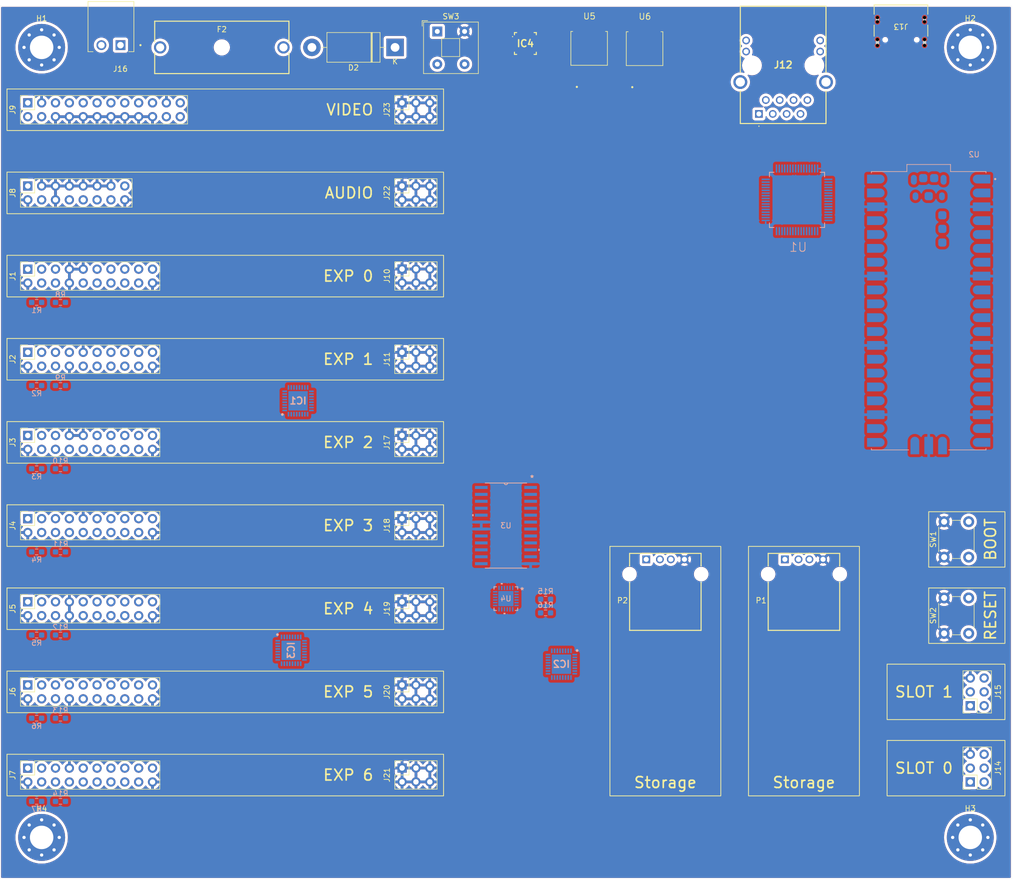
<source format=kicad_pcb>
(kicad_pcb (version 20221018) (generator pcbnew)
  (layers (0 "F.Cu" signal) (1 "In1.Cu" signal) (2 "In2.Cu" signal) (31 "B.Cu" signal) (34 "B.Paste" user) (35 "F.Paste" user) (36 "B.SilkS" user "B.Silkscreen") (37 "F.SilkS" user "F.Silkscreen") (38 "B.Mask" user) (39 "F.Mask" user) (44 "Edge.Cuts" user))
  (net 0 "")
  (net 1 "/Expansion Subsystem/D0_{D+}")
  (net 2 "/Expansion Subsystem/D0_{D-}")
  (net 11 "/Expansion Subsystem/USB0_{D-}")
  (net 12 "/Expansion Subsystem/USB0_{D+}")
  (net 15 "/Expansion Subsystem/USB1_{D-}")
  (net 16 "/Expansion Subsystem/USB1_{D+}")
  (net 19 "/Expansion Subsystem/USB2_{D-}")
  (net 20 "/Expansion Subsystem/USB2_{D+}")
  (net 23 "/Expansion Subsystem/USB3_{D-}")
  (net 24 "/Expansion Subsystem/USB3_{D+}")
  (net 34 "VCC")
  (net 35 "Net-(D2-A)")
  (net 46 "/Expansion Subsystem/D1_{D+}")
  (net 47 "/USB Subsystem/D1_{D-}")
  (net 50 "/USB Subsystem/D2_{D-}")
  (net 51 "/USB Subsystem/D2_{D+}")
  (net 54 "/USB Subsystem/D3_{D-}")
  (net 55 "/USB Subsystem/D3_{D+}")
  (net 65 "/Expansion Subsystem/D1_{D-}")
  (net 74 "/Expansion Subsystem/USB4_{D-}")
  (net 75 "/Expansion Subsystem/USB4_{D+}")
  (net 78 "/Expansion Subsystem/USB5_{D-}")
  (net 79 "/Expansion Subsystem/USB5_{D+}")
  (net 82 "/Expansion Subsystem/USB6_{D-}")
  (net 83 "/Expansion Subsystem/USB6_{D+}")
  (net 86 "/Expansion Subsystem/USB Hub x6/D3_{D-}")
  (net 87 "/Expansion Subsystem/USB Hub x6/D3_{D+}")
  (net 97 "+5V")
  (net 98 "GND")
  (net 99 "Net-(F2-Pad1)")
  (net 100 "Net-(D2-K)")
  (net 101 "/USB_{D+}")
  (net 102 "/USB_{D-}")
  (net 105 "/Expansion Subsystem/Expansion Port0/GPIO_{0}")
  (net 107 "/Expansion Subsystem/Expansion Port0/GPIO_{1}")
  (net 109 "/Expansion Subsystem/Expansion Port0/GPIO_{2}")
  (net 110 "+3V3")
  (net 114 "+6V")
  (net 116 "/Expansion Subsystem/Expansion Port1/GPIO_{0}")
  (net 117 "/Expansion Subsystem/Expansion Port1/GPIO_{1}")
  (net 118 "/Expansion Subsystem/Expansion Port1/GPIO_{2}")
  (net 124 "/Expansion Subsystem/Expansion Port2/GPIO_{0}")
  (net 125 "/Expansion Subsystem/Expansion Port2/GPIO_{1}")
  (net 126 "/Expansion Subsystem/Expansion Port2/GPIO_{2}")
  (net 128 "/Expansion Subsystem/I2C0_{SCL}")
  (net 129 "/Expansion Subsystem/I2C0_{SDA}")
  (net 130 "/Expansion Subsystem/IRQ_{0}")
  (net 131 "/Expansion Subsystem/SPI_{CS0}")
  (net 132 "/Expansion Subsystem/Expansion Port3/GPIO_{0}")
  (net 133 "/Expansion Subsystem/Expansion Port3/GPIO_{1}")
  (net 134 "/Expansion Subsystem/Expansion Port3/GPIO_{2}")
  (net 135 "/Expansion Subsystem/SPI_{CS1}")
  (net 136 "/SPI_{MISO}")
  (net 137 "/SPI_{SCK}")
  (net 138 "/SPI_{MOSI}")
  (net 139 "/Expansion Subsystem/I2C1_{SCL}")
  (net 140 "/Expansion Subsystem/Expansion Port4/GPIO_{0}")
  (net 141 "/Expansion Subsystem/Expansion Port4/GPIO_{1}")
  (net 142 "/Expansion Subsystem/Expansion Port4/GPIO_{2}")
  (net 143 "/Expansion Subsystem/I2C1_{SDA}")
  (net 144 "/Expansion Subsystem/IRQ_{1}")
  (net 145 "/Expansion Subsystem/SPI_{CS2}")
  (net 146 "/Expansion Subsystem/SPI_{CS3}")
  (net 147 "/Expansion Subsystem/I2C2_{SCL}")
  (net 148 "/Expansion Subsystem/Expansion Port5/GPIO_{0}")
  (net 149 "/Expansion Subsystem/Expansion Port5/GPIO_{1}")
  (net 150 "/Expansion Subsystem/Expansion Port5/GPIO_{2}")
  (net 151 "/Expansion Subsystem/I2C2_{SDA}")
  (net 152 "/Expansion Subsystem/IRQ_{2}")
  (net 153 "/Expansion Subsystem/SPI_{CS4}")
  (net 154 "/Expansion Subsystem/SPI_{CS5}")
  (net 155 "/Expansion Subsystem/I2C3_{SCL}")
  (net 156 "/Expansion Subsystem/Expansion Port6/GPIO_{0}")
  (net 157 "/Expansion Subsystem/Expansion Port6/GPIO_{1}")
  (net 158 "/Expansion Subsystem/Expansion Port6/GPIO_{2}")
  (net 159 "/Audio Subsystem/I2S_{MCK}")
  (net 160 "/Audio Subsystem/I2S_{LRCK}")
  (net 161 "/Audio Subsystem/I2S_{SCK}")
  (net 162 "/Audio Subsystem/I2S_{OUT}")
  (net 163 "/Audio Subsystem/I2S_{IN}")
  (net 164 "/Video Subsystem/DDC_{SCL}")
  (net 165 "/Video Subsystem/DDC_{SDA}")
  (net 166 "/Video Subsystem/HSTX_{0}")
  (net 167 "/Video Subsystem/HSTX_{1}")
  (net 168 "/Video Subsystem/HSTX_{2}")
  (net 169 "/Video Subsystem/HSTX_{3}")
  (net 170 "/Video Subsystem/HSTX_{4}")
  (net 171 "/Video Subsystem/HSTX_{5}")
  (net 172 "/Video Subsystem/HSTX_{6}")
  (net 173 "/Video Subsystem/HSTX_{7}")
  (net 191 "/Debug Subsystem/PROBE_{D+}")
  (net 192 "/Debug Subsystem/PROBE_{D-}")
  (net 197 "/OnBoard Peripherials/I2C_{SCL}")
  (net 198 "/OnBoard Peripherials/I2C_{SDA}")
  (net 201 "/Debug Subsystem/~{BOOT}")
  (net 202 "/Debug Subsystem/~{RESET}")
  (net 206 "/Ethernet/PSP_{AD4}")
  (net 207 "/Ethernet/PSP_{AD5}")
  (net 208 "/Ethernet/PSP_{AD6}")
  (net 209 "/Ethernet/PSP_{AD7}")
  (net 231 "/Ethernet/~{IRQ}")
  (net 232 "/Ethernet/PSP_{AD8}")
  (net 233 "/Ethernet/PSP_{AD9}")
  (net 234 "/Ethernet/PSP_{AD10}")
  (net 235 "/Ethernet/PSP_{AD11}")
  (net 236 "/Ethernet/PSP_{AD12}")
  (net 237 "/Ethernet/PSP_{AD13}")
  (net 238 "/Ethernet/PSP_{AD14}")
  (net 245 "/Ethernet/PSP_{CS}")
  (net 246 "/Ethernet/PSP_{WR}")
  (net 247 "/Ethernet/PSP_{RD}")
  (net 248 "/Ethernet/PSP_{AL}")
  (net 249 "/Ethernet/PSP_{AD0}")
  (net 250 "/Ethernet/PSP_{AD1}")
  (net 251 "/Ethernet/PSP_{AD2}")
  (net 252 "/Ethernet/PSP_{AD3}")
  (net 263 "/Debug Subsystem/PROBE_SWDIO")
  (net 264 "/Debug Subsystem/PROBE_SWCLK")
  (net 265 "/Debug Subsystem/PROBE_RXD")
  (net 266 "/Debug Subsystem/PROBE_TXD")
  (net 284 "/Debug Subsystem/~{PROBE_RESET}")
  (net 301 "/Expansion Subsystem/I2C3_{SDA}")
  (net 302 "/Expansion Subsystem/IRQ_{3}")
  (net 303 "/Expansion Subsystem/SPI_{CS6}")
  (net 304 "/Expansion Subsystem/SPI_{CS7}")
  (net 305 "/Expansion Subsystem/I2C4_{SCL}")
  (net 306 "/Expansion Subsystem/I2C4_{SDA}")
  (net 307 "/Expansion Subsystem/IRQ_{4}")
  (net 308 "/Expansion Subsystem/SPI_{CS8}")
  (net 309 "/Expansion Subsystem/SPI_{CS9}")
  (net 310 "/Expansion Subsystem/I2C5_{SCL}")
  (net 311 "/Expansion Subsystem/I2C5_{SDA}")
  (net 312 "/Expansion Subsystem/IRQ_{5}")
  (net 313 "/Expansion Subsystem/SPI_{CS10}")
  (net 314 "/Expansion Subsystem/SPI_{CS11}")
  (net 315 "/Expansion Subsystem/I2C6_{SCL}")
  (net 316 "/Expansion Subsystem/I2C6_{SDA}")
  (net 317 "/Expansion Subsystem/IRQ_{6}")
  (net 318 "/Expansion Subsystem/SPI_{CS12}")
  (net 319 "/Expansion Subsystem/SPI_{CS13}")
  (net 320 "Net-(J16-Pad2)")
  (net 322 "/Expansion Subsystem/SPI_{CS14}")
  (net 323 "/SPI_{CSi3}")
  (net 324 "/SPI_{CSi2}")
  (net 325 "/SPI_{CSi1}")
  (net 326 "/SPI_{CSi0}")
  (net 327 "/I2C_{SCL}")
  (net 328 "/I2C_{SDA}")
  (net 329 "/I2C_{~{RESET}}")
  (footprint "Connector_PinSocket_2.54mm:PinSocket_2x03_P2.54mm_Vertical" (layer "F.Cu") (at 116.84 50.8 90)
    (fp_text reference "J23")
    (fp_text value "Conn_02x03_Counter_Clockwise")
  )
  (footprint "compi:combicon-1844210" (layer "F.Cu") (at 63.5 36.83 180)
    (fp_text reference "J16")
    (fp_text value "1844210")
  )
  (footprint "compi:ARJM11D7-009-AB-EW2" (layer "F.Cu") (at 182.245 52.83 180)
    (fp_text reference "J12")
    (fp_text value "ARJM11D7-009-AB-EW2" hide)
  )
  (footprint "Button_Switch_THT:SW_PUSH_6mm_H4.3mm" (layer "F.Cu") (at 216.19 148.03 90)
    (fp_text reference "SW2")
    (fp_text value "SW_Push_Dual")
  )
  (footprint "Connector_PinSocket_2.54mm:PinSocket_2x03_P2.54mm_Vertical" (layer "F.Cu") (at 116.84 127 90)
    (fp_text reference "J18")
    (fp_text value "Conn_02x03_Counter_Clockwise")
  )
  (footprint "compi:AZ1084CD-3_3TRG1" (layer "F.Cu") (at 161.29 41.96)
    (fp_text reference "U6")
    (fp_text value "AZ1084CD-3.3TRG1")
  )
  (footprint "Connector_PinSocket_2.54mm:PinSocket_2x03_P2.54mm_Vertical" (layer "F.Cu") (at 116.84 142.24 90)
    (fp_text reference "J19")
    (fp_text value "Conn_02x03_Counter_Clockwise")
  )
  (footprint "MountingHole:MountingHole_4.3mm_M4_Pad_Via" (layer "F.Cu") (at 220.98 40.64)
    (fp_text reference "H2")
    (fp_text value "MountingHole")
  )
  (footprint "MountingHole:MountingHole_4.3mm_M4_Pad_Via" (layer "F.Cu") (at 50.8 185.42)
    (fp_text reference "H4")
    (fp_text value "MountingHole")
  )
  (footprint "Connector_PinSocket_2.54mm:PinSocket_2x10_P2.54mm_Vertical" (layer "F.Cu") (at 48.26 142.24 90)
    (fp_text reference "J5")
    (fp_text value "Conn_02x10_Odd_Even")
  )
  (footprint "Connector_PinSocket_2.54mm:PinSocket_2x03_P2.54mm_Vertical" (layer "F.Cu") (at 116.84 96.52 90)
    (fp_text reference "J11")
    (fp_text value "Conn_02x03_Counter_Clockwise")
  )
  (footprint "compi:AZ1084CD-3_3TRG1" (layer "F.Cu") (at 151.13 41.91)
    (fp_text reference "U5")
    (fp_text value "AZ1084CD-3.3TRG1")
  )
  (footprint "Connector_PinSocket_2.54mm:PinSocket_2x03_P2.54mm_Vertical" (layer "F.Cu") (at 116.855 172.7 90)
    (fp_text reference "J21")
    (fp_text value "Conn_02x03_Counter_Clockwise")
  )
  (footprint "Connector_PinSocket_2.54mm:PinSocket_2x10_P2.54mm_Vertical" (layer "F.Cu") (at 48.26 172.72 90)
    (fp_text reference "J7")
    (fp_text value "Conn_02x10_Odd_Even")
  )
  (footprint "Connector_PinSocket_2.54mm:PinSocket_2x03_P2.54mm_Vertical" (layer "F.Cu") (at 116.84 66.04 90)
    (fp_text reference "J22")
    (fp_text value "Conn_02x03_Counter_Clockwise")
  )
  (footprint "Button_Switch_THT:SW_PUSH_6mm_H4.3mm" (layer "F.Cu") (at 216.19 134.06 90)
    (fp_text reference "SW1")
    (fp_text value "SW_Push_Dual")
  )
  (footprint "Button_Switch_THT:SW_Push_2P1T_Toggle_CK_PVA1xxH1xxxxxxV2" (layer "F.Cu") (at 123.3075 37.7175)
    (fp_text reference "SW3")
    (fp_text value "SW_DPST")
  )
  (footprint "Connector_PinSocket_2.54mm:PinSocket_2x10_P2.54mm_Vertical" (layer "F.Cu") (at 48.26 96.52 90)
    (fp_text reference "J2")
    (fp_text value "Conn_02x10_Odd_Even")
  )
  (footprint "Connector_PinSocket_2.54mm:PinSocket_2x03_P2.54mm_Vertical" (layer "F.Cu") (at 116.84 111.76 90)
    (fp_text reference "J17")
    (fp_text value "Conn_02x03_Counter_Clockwise")
  )
  (footprint "Connector_PinSocket_2.54mm:PinSocket_2x08_P2.54mm_Vertical" (layer "F.Cu") (at 48.26 66.04 90)
    (fp_text reference "J8")
    (fp_text value "Conn_02x08_Odd_Even")
  )
  (footprint "Connector_PinSocket_2.54mm:PinSocket_2x10_P2.54mm_Vertical" (layer "F.Cu") (at 48.26 157.48 90)
    (fp_text reference "J6")
    (fp_text value "Conn_02x10_Odd_Even")
  )
  (footprint "MountingHole:MountingHole_4.3mm_M4_Pad_Via" (layer "F.Cu") (at 50.8 40.64)
    (fp_text reference "H1")
    (fp_text value "MountingHole")
  )
  (footprint "Connector_PinSocket_2.54mm:PinSocket_2x10_P2.54mm_Vertical" (layer "F.Cu") (at 48.26 127 90)
    (fp_text reference "J4")
    (fp_text value "Conn_02x10_Odd_Even")
  )
  (footprint "compi:USB-A1HSW6" (layer "F.Cu") (at 190.5 140.97)
    (fp_text reference "P1")
    (fp_text value "USB-A1HSW6")
  )
  (footprint "compi:USB4105-GF-A-060" (layer "F.Cu") (at 208.28 36.83 180)
    (fp_text reference "J13")
    (fp_text value "USB4105-GF-A-060")
    (fp_line (start -4.320002 -2.3647) (end -4.320002 -3.4569) (stroke (width 0.6096)) (layer "Edge.Cuts"))
    (fp_line (start -4.32 1.6629) (end -4.32 0.8755) (stroke (width 0.6096)) (layer "Edge.Cuts"))
    (fp_line (start 4.32 -2.3647) (end 4.32 -3.4569) (stroke (width 0.6096)) (layer "Edge.Cuts"))
    (fp_line (start 4.32 1.6629) (end 4.32 0.8755) (stroke (width 0.6096)) (layer "Edge.Cuts"))
  )
  (footprint "Connector_PinSocket_2.54mm:PinSocket_2x10_P2.54mm_Vertical" (layer "F.Cu") (at 48.26 111.76 90)
    (fp_text reference "J3")
    (fp_text value "Conn_02x10_Odd_Even")
  )
  (footprint "compi:696107003002" (layer "F.Cu") (at 83.82 40.64)
    (fp_text reference "F2")
    (fp_text value "696107003002")
  )
  (footprint "compi:USB-A1HSW6" (layer "F.Cu") (at 165.1 140.97)
    (fp_text reference "P2")
    (fp_text value "USB-A1HSW6")
  )
  (footprint "compi:aoz2261ngl-11" (layer "F.Cu") (at 139.45 39.925)
    (fp_text reference "IC4")
    (fp_text value "AOZ2261NQI-11" hide)
  )
  (footprint "Connector_PinSocket_2.54mm:PinSocket_2x12_P2.54mm_Vertical" (layer "F.Cu") (at 48.26 50.8 90)
    (fp_text reference "J9")
    (fp_text value "Conn_02x12_Odd_Even")
  )
  (footprint "Connector_PinSocket_2.54mm:PinSocket_2x10_P2.54mm_Vertical" (layer "F.Cu") (at 48.26 81.28 90)
    (fp_text reference "J1")
    (fp_text value "Conn_02x10_Odd_Even")
  )
  (footprint "Connector_PinSocket_2.54mm:PinSocket_2x03_P2.54mm_Vertical" (layer "F.Cu") (at 220.98 175.26 180)
    (fp_text reference "J14")
    (fp_text value "Conn_02x03_Odd_Even")
  )
  (footprint "Connector_PinSocket_2.54mm:PinSocket_2x03_P2.54mm_Vertical" (layer "F.Cu") (at 116.84 157.48 90)
    (fp_text reference "J20")
    (fp_text value "Conn_02x03_Counter_Clockwise")
  )
  (footprint "MountingHole:MountingHole_4.3mm_M4_Pad_Via" (layer "F.Cu") (at 220.98 185.42)
    (fp_text reference "H3")
    (fp_text value "MountingHole")
  )
  (footprint "Connector_PinSocket_2.54mm:PinSocket_2x03_P2.54mm_Vertical" (layer "F.Cu") (at 116.855 81.26 90)
    (fp_text reference "J10")
    (fp_text value "Conn_02x03_Counter_Clockwise")
  )
  (footprint "Diode_THT:D_DO-201AD_P15.24mm_Horizontal" (layer "F.Cu") (at 115.57 40.64 180)
    (fp_text reference "D2")
    (fp_text value "1N5822")
  )
  (footprint "Connector_PinSocket_2.54mm:PinSocket_2x03_P2.54mm_Vertical" (layer "F.Cu") (at 220.98 161.29 180)
    (fp_text reference "J15")
    (fp_text value "Conn_02x03_Odd_Even")
  )
  (footprint "Resistor_SMD:R_0603_1608Metric_Pad0.98x0.95mm_HandSolder" (layer "B.Cu") (at 143.1525 141.762 180)
    (fp_text reference "R15")
    (fp_text value "10K")
  )
  (footprint "Resistor_SMD:R_0603_1608Metric_Pad0.98x0.95mm_HandSolder" (layer "B.Cu") (at 54.2525 133.096 180)
    (fp_text reference "R11")
    (fp_text value "10K")
  )
  (footprint "Resistor_SMD:R_0603_1608Metric_Pad0.98x0.95mm_HandSolder" (layer "B.Cu") (at 49.8875 133.096)
    (fp_text reference "R4")
    (fp_text value "10K")
  )
  (footprint "Resistor_SMD:R_0603_1608Metric_Pad0.98x0.95mm_HandSolder" (layer "B.Cu") (at 54.2525 148.336 180)
    (fp_text reference "R12")
    (fp_text value "10K")
  )
  (footprint "Resistor_SMD:R_0603_1608Metric_Pad0.98x0.95mm_HandSolder" (layer "B.Cu") (at 49.8875 163.576)
    (fp_text reference "R6")
    (fp_text value "10K")
  )
  (footprint "compi:TCA9548ARGERQ1" (layer "B.Cu") (at 135.870315 141.6558 180)
    (fp_text reference "U4")
    (fp_text value "TCA9548A")
  )
  (footprint "Resistor_SMD:R_0603_1608Metric_Pad0.98x0.95mm_HandSolder" (layer "B.Cu") (at 54.2525 163.576 180)
    (fp_text reference "R13")
    (fp_text value "10K")
  )
  (footprint "compi:TUSB2046BIRHBR" (layer "B.Cu") (at 97.79 105.41)
    (fp_text reference "IC1")
    (fp_text value "TUSB2046BIRHBR" hide)
  )
  (footprint "Resistor_SMD:R_0603_1608Metric_Pad0.98x0.95mm_HandSolder" (layer "B.Cu") (at 49.8875 87.376)
    (fp_text reference "R1")
    (fp_text value "10K")
  )
  (footprint "Resistor_SMD:R_0603_1608Metric_Pad0.98x0.95mm_HandSolder" (layer "B.Cu") (at 54.2525 87.376 180)
    (fp_text reference "R8")
    (fp_text value "10K")
  )
  (footprint "compi:TUSB2046BIRHBR" (layer "B.Cu") (at 146.05 153.67 180)
    (fp_text reference "IC2")
    (fp_text value "TUSB2046BIRHBR" hide)
  )
  (footprint "Resistor_SMD:R_0603_1608Metric_Pad0.98x0.95mm_HandSolder" (layer "B.Cu") (at 49.8875 178.816)
    (fp_text reference "R7")
    (fp_text value "10K")
  )
  (footprint "Resistor_SMD:R_0603_1608Metric_Pad0.98x0.95mm_HandSolder" (layer "B.Cu") (at 49.8875 102.616)
    (fp_text reference "R2")
    (fp_text value "10K")
  )
  (footprint "compi:pi-pico" (layer "B.Cu") (at 213.36 88.9 180)
    (fp_text reference "U2")
    (fp_text value "SC0915")
  )
  (footprint "Resistor_SMD:R_0603_1608Metric_Pad0.98x0.95mm_HandSolder" (layer "B.Cu") (at 143.1525 144.272 180)
    (fp_text reference "R16")
    (fp_text value "10K")
  )
  (footprint "compi:CD74HC154M96" (layer "B.Cu") (at 135.89 128.27 180)
    (fp_text reference "U3")
    (fp_text value "CD74HC154M96")
  )
  (footprint "Resistor_SMD:R_0603_1608Metric_Pad0.98x0.95mm_HandSolder" (layer "B.Cu") (at 54.2525 178.816 180)
    (fp_text reference "R14")
    (fp_text value "10K")
  )
  (footprint "Resistor_SMD:R_0603_1608Metric_Pad0.98x0.95mm_HandSolder" (layer "B.Cu") (at 54.2525 117.856 180)
    (fp_text reference "R10")
    (fp_text value "10K")
  )
  (footprint "Resistor_SMD:R_0603_1608Metric_Pad0.98x0.95mm_HandSolder" (layer "B.Cu") (at 54.2525 102.616 180)
    (fp_text reference "R9")
    (fp_text value "10K")
  )
  (footprint "Resistor_SMD:R_0603_1608Metric_Pad0.98x0.95mm_HandSolder" (layer "B.Cu") (at 49.8875 148.336)
    (fp_text reference "R5")
    (fp_text value "10K")
  )
  (footprint "compi:TUSB2046BIRHBR" (layer "B.Cu") (at 96.52 151.13 -90)
    (fp_text reference "IC3")
    (fp_text value "TUSB2046BIRHBR" hide)
  )
  (footprint "compi:ENC624J600-I_PT" (layer "B.Cu") (at 189.23 68.58)
    (fp_text reference "U1")
    (fp_text value "ENC624J600-I/PT")
  )
  (footprint "Resistor_SMD:R_0603_1608Metric_Pad0.98x0.95mm_HandSolder" (layer "B.Cu") (at 49.8875 117.856)
    (fp_text reference "R3")
    (fp_text value "10K")
  )
  (gr_rect (start 44.45 63.5) (end 124.46 71.12) (stroke (width 0.15)) (fill none) (layer "F.SilkS"))
  (gr_rect (start 44.45 48.26) (end 124.46 55.88) (stroke (width 0.15)) (fill none) (layer "F.SilkS"))
  (gr_rect (start 44.45 78.74) (end 124.46 86.36) (stroke (width 0.15)) (fill none) (layer "F.SilkS"))
  (gr_rect (start 213.36 149.86) (end 227.33 139.7) (stroke (width 0.15)) (fill none) (layer "F.SilkS"))
  (gr_rect (start 44.45 124.46) (end 124.46 132.08) (stroke (width 0.15)) (fill none) (layer "F.SilkS"))
  (gr_rect (start 205.74 167.64) (end 227.33 177.8) (stroke (width 0.15)) (fill none) (layer "F.SilkS"))
  (gr_rect (start 205.74 153.67) (end 227.33 163.83) (stroke (width 0.15)) (fill none) (layer "F.SilkS"))
  (gr_rect (start 44.45 170.18) (end 124.46 177.8) (stroke (width 0.15)) (fill none) (layer "F.SilkS"))
  (gr_rect (start 213.36 135.89) (end 227.33 125.73) (stroke (width 0.15)) (fill none) (layer "F.SilkS"))
  (gr_rect (start 44.45 139.7) (end 124.46 147.32) (stroke (width 0.15)) (fill none) (layer "F.SilkS"))
  (gr_rect (start 44.45 109.22) (end 124.46 116.84) (stroke (width 0.15)) (fill none) (layer "F.SilkS"))
  (gr_rect (start 44.45 154.94) (end 124.46 162.56) (stroke (width 0.15)) (fill none) (layer "F.SilkS"))
  (gr_rect (start 154.94 132.08) (end 175.26 177.8) (stroke (width 0.15)) (fill none) (layer "F.SilkS"))
  (gr_rect (start 180.34 132.08) (end 200.66 177.8) (stroke (width 0.15)) (fill none) (layer "F.SilkS"))
  (gr_rect (start 44.45 93.98) (end 124.46 101.6) (stroke (width 0.15)) (fill none) (layer "F.SilkS"))
  (gr_rect (start 43.18 33.02) (end 228.6 193.04) (stroke (width 0.02)) (fill none) (layer "Edge.Cuts"))
  (gr_text "EXP 6" (at 111.76 173.99) (layer "F.SilkS") (effects (font (size 2 2) (thickness 0.3)) (justify right)))
  (gr_text "RESET" (at 223.52 144.78 90) (layer "F.SilkS") (effects (font (size 2 2) (thickness 0.3)) (justify top)))
  (gr_text "EXP 3" (at 111.76 128.27) (layer "F.SilkS") (effects (font (size 2 2) (thickness 0.3)) (justify right)))
  (gr_text "EXP 5" (at 111.76 158.75) (layer "F.SilkS") (effects (font (size 2 2) (thickness 0.3)) (justify right)))
  (gr_text "BOOT" (at 223.52 130.81 90) (layer "F.SilkS") (effects (font (size 2 2) (thickness 0.3)) (justify top)))
  (gr_text "VIDEO" (at 111.76 52.07) (layer "F.SilkS") (effects (font (size 2 2) (thickness 0.3)) (justify right)))
  (gr_text "EXP 2" (at 111.76 113.03) (layer "F.SilkS") (effects (font (size 2 2) (thickness 0.3)) (justify right)))
  (gr_text "SLOT 0" (at 207.01 172.72) (layer "F.SilkS") (effects (font (size 2 2) (thickness 0.3)) (justify left)))
  (gr_text "SLOT 1" (at 207.01 158.75) (layer "F.SilkS") (effects (font (size 2 2) (thickness 0.3)) (justify left)))
  (gr_text "Storage" (at 165.1 176.53) (layer "F.SilkS") (effects (font (size 2 2) (thickness 0.3) bold) (justify bottom)))
  (gr_text "AUDIO" (at 111.76 67.31) (layer "F.SilkS") (effects (font (size 2 2) (thickness 0.3)) (justify right)))
  (gr_text "EXP 4" (at 111.76 143.51) (layer "F.SilkS") (effects (font (size 2 2) (thickness 0.3)) (justify right)))
  (gr_text "EXP 0" (at 111.76 82.55) (layer "F.SilkS") (effects (font (size 2 2) (thickness 0.3)) (justify right)))
  (gr_text "Storage" (at 190.5 176.53) (layer "F.SilkS") (effects (font (size 2 2) (thickness 0.3) bold) (justify bottom)))
  (gr_text "EXP 1" (at 111.76 97.79) (layer "F.SilkS") (effects (font (size 2 2) (thickness 0.3)) (justify right)))
  (zone (net 98) (net_name "GND") (layers "F&B.Cu") (connect_pads (clearance 0.508)) (min_thickness 0.25) (fill yes (thermal_gap 0.5) (thermal_bridge_width 0.5))
    (polygon (pts (xy 43.18 33.02) (xy 228.6 33.02) (xy 228.6 193.04) (xy 43.18 193.04)))
  )
)
</source>
